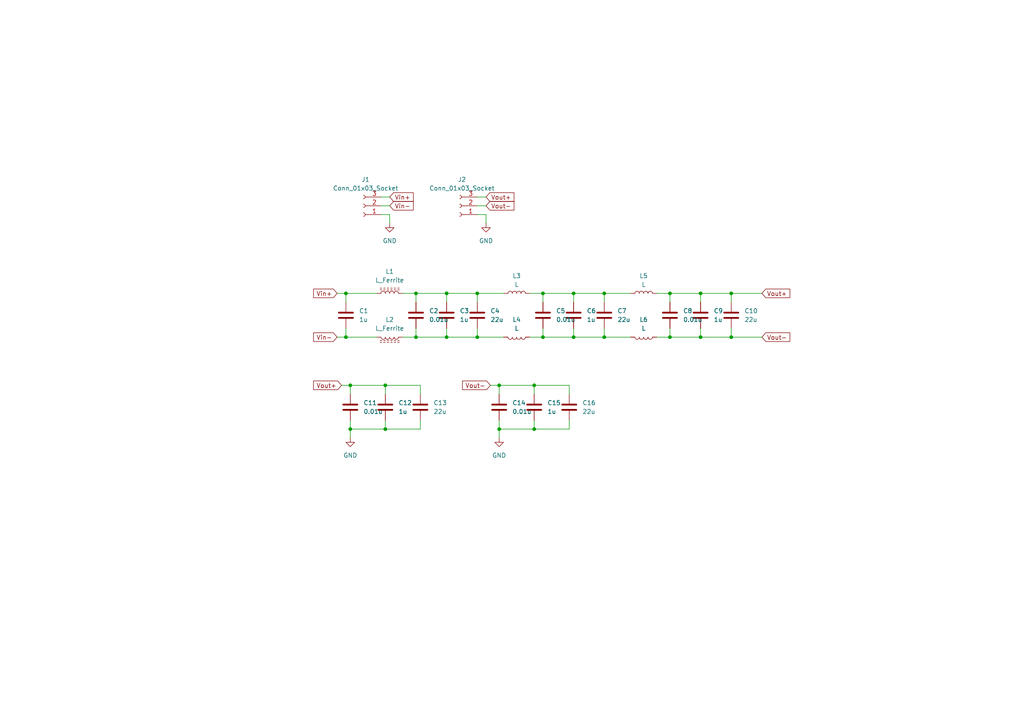
<source format=kicad_sch>
(kicad_sch (version 20230121) (generator eeschema)
  (paper "A4")
  (lib_symbols
    (symbol "Connector:Conn_01x03_Socket" (pin_names (offset 1.016) hide)
      (property "Reference" "J" (at 0 5.08 0))
      (property "Value" "Conn_01x03_Socket" (at 0 -5.08 0))
      (symbol "Conn_01x03_Socket_1_1"
        (arc (start 0 -2.032) (mid -0.5058 -2.54) (end 0 -3.048) (stroke (width 0.1524)))
        (polyline (pts (xy -1.27 -2.54) (xy -0.508 -2.54)) (stroke (width 0.1524)))
        (polyline (pts (xy -1.27 0) (xy -0.508 0)) (stroke (width 0.1524)))
        (polyline (pts (xy -1.27 2.54) (xy -0.508 2.54)) (stroke (width 0.1524)))
        (arc (start 0 0.508) (mid -0.5058 0) (end 0 -0.508) (stroke (width 0.1524)))
        (arc (start 0 3.048) (mid -0.5058 2.54) (end 0 2.032) (stroke (width 0.1524)))
        (pin passive line (at -5.08 2.54 0) (length 3.81) (name "Pin_1") (number "1"))
        (pin passive line (at -5.08 0 0) (length 3.81) (name "Pin_2") (number "2"))
        (pin passive line (at -5.08 -2.54 0) (length 3.81) (name "Pin_3") (number "3"))
      )
    )
    (symbol "Device:C" (pin_numbers hide) (pin_names (offset 0.254))
      (property "Reference" "C" (at 0.635 2.54 0))
      (property "Value" "C" (at 0.635 -2.54 0))
      (symbol "C_0_1"
        (polyline (pts (xy -2.032 -0.762) (xy 2.032 -0.762)) (stroke (width 0.508)))
        (polyline (pts (xy -2.032 0.762) (xy 2.032 0.762)) (stroke (width 0.508)))
      )
      (symbol "C_1_1"
        (pin passive line (at 0 3.81 270) (length 2.794) (name "~") (number "1"))
        (pin passive line (at 0 -3.81 90) (length 2.794) (name "~") (number "2"))
      )
    )
    (symbol "Device:L" (pin_numbers hide) (pin_names (offset 1.016) hide)
      (property "Reference" "L" (at -1.27 0 90))
      (property "Value" "L" (at 1.905 0 90))
      (symbol "L_0_1"
        (arc (start 0 -2.54) (mid 0.6323 -1.905) (end 0 -1.27))
        (arc (start 0 -1.27) (mid 0.6323 -0.635) (end 0 0))
        (arc (start 0 0) (mid 0.6323 0.635) (end 0 1.27))
        (arc (start 0 1.27) (mid 0.6323 1.905) (end 0 2.54))
      )
      (symbol "L_1_1"
        (pin passive line (at 0 3.81 270) (length 1.27) (name "1") (number "1"))
        (pin passive line (at 0 -3.81 90) (length 1.27) (name "2") (number "2"))
      )
    )
    (symbol "Device:L_Ferrite" (pin_numbers hide) (pin_names (offset 1.016) hide)
      (property "Reference" "L" (at -1.27 0 90))
      (property "Value" "L_Ferrite" (at 2.794 0 90))
      (symbol "L_Ferrite_0_1"
        (arc (start 0 -2.54) (mid 0.6323 -1.905) (end 0 -1.27))
        (arc (start 0 -1.27) (mid 0.6323 -0.635) (end 0 0))
        (polyline (pts (xy 1.016 -2.794) (xy 1.016 -2.286)))
        (polyline (pts (xy 1.016 -1.778) (xy 1.016 -1.27)))
        (polyline (pts (xy 1.016 -0.762) (xy 1.016 -0.254)))
        (polyline (pts (xy 1.016 0.254) (xy 1.016 0.762)))
        (polyline (pts (xy 1.016 1.27) (xy 1.016 1.778)))
        (polyline (pts (xy 1.016 2.286) (xy 1.016 2.794)))
        (polyline (pts (xy 1.524 -2.286) (xy 1.524 -2.794)))
        (polyline (pts (xy 1.524 -1.27) (xy 1.524 -1.778)))
        (polyline (pts (xy 1.524 -0.254) (xy 1.524 -0.762)))
        (polyline (pts (xy 1.524 0.762) (xy 1.524 0.254)))
        (polyline (pts (xy 1.524 1.778) (xy 1.524 1.27)))
        (polyline (pts (xy 1.524 2.794) (xy 1.524 2.286)))
        (arc (start 0 0) (mid 0.6323 0.635) (end 0 1.27))
        (arc (start 0 1.27) (mid 0.6323 1.905) (end 0 2.54))
      )
      (symbol "L_Ferrite_1_1"
        (pin passive line (at 0 3.81 270) (length 1.27) (name "1") (number "1"))
        (pin passive line (at 0 -3.81 90) (length 1.27) (name "2") (number "2"))
      )
    )
    (symbol "power:GND" (power) (pin_names (offset 0))
      (property "Value" "GND" (at 0 -3.81 0))
      (symbol "GND_0_1"
        (polyline (pts (xy 0 0) (xy 0 -1.27) (xy 1.27 -1.27) (xy 0 -2.54) (xy -1.27 -1.27) (xy 0 -1.27)))
      )
      (symbol "GND_1_1"
        (pin power_in line (at 0 0 270) (length 0) hide (name "GND") (number "1"))
      )
    )
  )
  (junction (at 166.37 97.79))
  (junction (at 138.43 85.09))
  (junction (at 175.26 97.79))
  (junction (at 144.78 111.76))
  (junction (at 194.31 97.79))
  (junction (at 203.2 85.09))
  (junction (at 157.48 85.09))
  (junction (at 111.76 111.76))
  (junction (at 100.33 85.09))
  (junction (at 111.76 124.46))
  (junction (at 120.65 97.79))
  (junction (at 100.33 97.79))
  (junction (at 194.31 85.09))
  (junction (at 175.26 85.09))
  (junction (at 101.6 111.76))
  (junction (at 101.6 124.46))
  (junction (at 129.54 85.09))
  (junction (at 138.43 97.79))
  (junction (at 154.94 124.46))
  (junction (at 166.37 85.09))
  (junction (at 157.48 97.79))
  (junction (at 144.78 124.46))
  (junction (at 154.94 111.76))
  (junction (at 203.2 97.79))
  (junction (at 120.65 85.09))
  (junction (at 129.54 97.79))
  (junction (at 212.09 85.09))
  (junction (at 212.09 97.79))
  (wire (pts (xy 101.6 124.46) (xy 101.6 127)))
  (wire (pts (xy 175.26 85.09) (xy 175.26 87.63)))
  (wire (pts (xy 144.78 124.46) (xy 144.78 127)))
  (wire (pts (xy 138.43 97.79) (xy 146.05 97.79)))
  (wire (pts (xy 138.43 57.15) (xy 140.97 57.15)))
  (wire (pts (xy 194.31 95.25) (xy 194.31 97.79)))
  (wire (pts (xy 111.76 121.92) (xy 111.76 124.46)))
  (wire (pts (xy 129.54 85.09) (xy 138.43 85.09)))
  (wire (pts (xy 175.26 97.79) (xy 182.88 97.79)))
  (wire (pts (xy 144.78 111.76) (xy 154.94 111.76)))
  (wire (pts (xy 203.2 85.09) (xy 212.09 85.09)))
  (wire (pts (xy 175.26 85.09) (xy 182.88 85.09)))
  (wire (pts (xy 110.49 59.69) (xy 113.03 59.69)))
  (wire (pts (xy 138.43 62.23) (xy 140.97 62.23)))
  (wire (pts (xy 100.33 85.09) (xy 109.22 85.09)))
  (wire (pts (xy 129.54 85.09) (xy 129.54 87.63)))
  (wire (pts (xy 101.6 111.76) (xy 111.76 111.76)))
  (wire (pts (xy 157.48 97.79) (xy 166.37 97.79)))
  (wire (pts (xy 154.94 121.92) (xy 154.94 124.46)))
  (wire (pts (xy 138.43 85.09) (xy 146.05 85.09)))
  (wire (pts (xy 212.09 97.79) (xy 220.98 97.79)))
  (wire (pts (xy 166.37 85.09) (xy 166.37 87.63)))
  (wire (pts (xy 194.31 85.09) (xy 203.2 85.09)))
  (wire (pts (xy 129.54 95.25) (xy 129.54 97.79)))
  (wire (pts (xy 144.78 111.76) (xy 144.78 114.3)))
  (wire (pts (xy 203.2 97.79) (xy 212.09 97.79)))
  (wire (pts (xy 111.76 111.76) (xy 121.92 111.76)))
  (wire (pts (xy 120.65 85.09) (xy 120.65 87.63)))
  (wire (pts (xy 142.24 111.76) (xy 144.78 111.76)))
  (wire (pts (xy 111.76 124.46) (xy 121.92 124.46)))
  (wire (pts (xy 101.6 111.76) (xy 101.6 114.3)))
  (wire (pts (xy 129.54 97.79) (xy 138.43 97.79)))
  (wire (pts (xy 154.94 111.76) (xy 165.1 111.76)))
  (wire (pts (xy 212.09 85.09) (xy 212.09 87.63)))
  (wire (pts (xy 194.31 85.09) (xy 194.31 87.63)))
  (wire (pts (xy 165.1 111.76) (xy 165.1 114.3)))
  (wire (pts (xy 111.76 111.76) (xy 111.76 114.3)))
  (wire (pts (xy 97.79 97.79) (xy 100.33 97.79)))
  (wire (pts (xy 140.97 62.23) (xy 140.97 64.77)))
  (wire (pts (xy 138.43 59.69) (xy 140.97 59.69)))
  (wire (pts (xy 165.1 124.46) (xy 165.1 121.92)))
  (wire (pts (xy 166.37 85.09) (xy 175.26 85.09)))
  (wire (pts (xy 121.92 111.76) (xy 121.92 114.3)))
  (wire (pts (xy 120.65 85.09) (xy 129.54 85.09)))
  (wire (pts (xy 110.49 57.15) (xy 113.03 57.15)))
  (wire (pts (xy 203.2 95.25) (xy 203.2 97.79)))
  (wire (pts (xy 101.6 121.92) (xy 101.6 124.46)))
  (wire (pts (xy 203.2 85.09) (xy 203.2 87.63)))
  (wire (pts (xy 116.84 97.79) (xy 120.65 97.79)))
  (wire (pts (xy 175.26 95.25) (xy 175.26 97.79)))
  (wire (pts (xy 194.31 97.79) (xy 203.2 97.79)))
  (wire (pts (xy 101.6 124.46) (xy 111.76 124.46)))
  (wire (pts (xy 100.33 85.09) (xy 100.33 87.63)))
  (wire (pts (xy 212.09 85.09) (xy 220.98 85.09)))
  (wire (pts (xy 166.37 97.79) (xy 175.26 97.79)))
  (wire (pts (xy 99.06 111.76) (xy 101.6 111.76)))
  (wire (pts (xy 154.94 124.46) (xy 165.1 124.46)))
  (wire (pts (xy 120.65 97.79) (xy 129.54 97.79)))
  (wire (pts (xy 212.09 95.25) (xy 212.09 97.79)))
  (wire (pts (xy 157.48 95.25) (xy 157.48 97.79)))
  (wire (pts (xy 144.78 121.92) (xy 144.78 124.46)))
  (wire (pts (xy 138.43 95.25) (xy 138.43 97.79)))
  (wire (pts (xy 144.78 124.46) (xy 154.94 124.46)))
  (wire (pts (xy 113.03 62.23) (xy 113.03 64.77)))
  (wire (pts (xy 100.33 95.25) (xy 100.33 97.79)))
  (wire (pts (xy 157.48 85.09) (xy 166.37 85.09)))
  (wire (pts (xy 116.84 85.09) (xy 120.65 85.09)))
  (wire (pts (xy 190.5 97.79) (xy 194.31 97.79)))
  (wire (pts (xy 138.43 85.09) (xy 138.43 87.63)))
  (wire (pts (xy 100.33 97.79) (xy 109.22 97.79)))
  (wire (pts (xy 153.67 97.79) (xy 157.48 97.79)))
  (wire (pts (xy 166.37 95.25) (xy 166.37 97.79)))
  (wire (pts (xy 153.67 85.09) (xy 157.48 85.09)))
  (wire (pts (xy 120.65 95.25) (xy 120.65 97.79)))
  (wire (pts (xy 190.5 85.09) (xy 194.31 85.09)))
  (wire (pts (xy 157.48 85.09) (xy 157.48 87.63)))
  (wire (pts (xy 110.49 62.23) (xy 113.03 62.23)))
  (wire (pts (xy 97.79 85.09) (xy 100.33 85.09)))
  (wire (pts (xy 154.94 111.76) (xy 154.94 114.3)))
  (wire (pts (xy 121.92 124.46) (xy 121.92 121.92)))
  (global_label "Vin+" (shape input) (at 113.03 57.15 0) (property "Intersheetrefs" "${INTERSHEET_REFS}" (effects hide)))
  (global_label "Vout-" (shape input) (at 142.24 111.76 180) (property "Intersheetrefs" "${INTERSHEET_REFS}" (effects hide)))
  (global_label "Vout+" (shape input) (at 140.97 57.15 0) (property "Intersheetrefs" "${INTERSHEET_REFS}" (effects hide)))
  (global_label "Vout+" (shape input) (at 220.98 85.09 0) (property "Intersheetrefs" "${INTERSHEET_REFS}" (effects hide)))
  (global_label "Vout-" (shape input) (at 140.97 59.69 0) (property "Intersheetrefs" "${INTERSHEET_REFS}" (effects hide)))
  (global_label "Vout-" (shape input) (at 220.98 97.79 0) (property "Intersheetrefs" "${INTERSHEET_REFS}" (effects hide)))
  (global_label "Vout+" (shape input) (at 99.06 111.76 180) (property "Intersheetrefs" "${INTERSHEET_REFS}" (effects hide)))
  (global_label "Vin-" (shape input) (at 113.03 59.69 0) (property "Intersheetrefs" "${INTERSHEET_REFS}" (effects hide)))
  (global_label "Vin-" (shape input) (at 97.79 97.79 180) (property "Intersheetrefs" "${INTERSHEET_REFS}" (effects hide)))
  (global_label "Vin+" (shape input) (at 97.79 85.09 180) (property "Intersheetrefs" "${INTERSHEET_REFS}" (effects hide)))
  (symbol (lib_id "Device:C") (at 121.92 118.11 0) (unit 1)
    (property "Reference" "C13" (at 125.73 116.84 0) (effects (justify left)))
    (property "Value" "22u" (at 125.73 119.38 0) (effects (justify left)))
    (property "Footprint" "Capacitor_SMD:C_0805_2012Metric_Pad1.18x1.45mm_HandSolder" (effects hide))
  )
  (symbol (lib_id "Device:C") (at 165.1 118.11 0) (unit 1)
    (property "Reference" "C16" (at 168.91 116.84 0) (effects (justify left)))
    (property "Value" "22u" (at 168.91 119.38 0) (effects (justify left)))
    (property "Footprint" "Capacitor_SMD:C_0805_2012Metric_Pad1.18x1.45mm_HandSolder" (effects hide))
  )
  (symbol (lib_id "Device:C") (at 138.43 91.44 0) (unit 1)
    (property "Reference" "C4" (at 142.24 90.17 0) (effects (justify left)))
    (property "Value" "22u" (at 142.24 92.71 0) (effects (justify left)))
    (property "Footprint" "Capacitor_SMD:C_0805_2012Metric_Pad1.18x1.45mm_HandSolder" (effects hide))
  )
  (symbol (lib_id "Connector:Conn_01x03_Socket") (at 105.41 59.69 180) (unit 1)
    (property "Reference" "J1" (at 106.045 52.07 0))
    (property "Value" "Conn_01x03_Socket" (at 106.045 54.61 0))
    (property "Footprint" "Connector_Phoenix_MC:PhoenixContact_MCV_1,5_3-G-3.5_1x03_P3.50mm_Vertical" (effects hide))
  )
  (symbol (lib_id "Device:C") (at 203.2 91.44 0) (unit 1)
    (property "Reference" "C9" (at 207.01 90.17 0) (effects (justify left)))
    (property "Value" "1u" (at 207.01 92.71 0) (effects (justify left)))
    (property "Footprint" "Capacitor_SMD:C_1206_3216Metric_Pad1.33x1.80mm_HandSolder" (effects hide))
  )
  (symbol (lib_id "Device:C") (at 154.94 118.11 0) (unit 1)
    (property "Reference" "C15" (at 158.75 116.84 0) (effects (justify left)))
    (property "Value" "1u" (at 158.75 119.38 0) (effects (justify left)))
    (property "Footprint" "Capacitor_SMD:C_1206_3216Metric_Pad1.33x1.80mm_HandSolder" (effects hide))
  )
  (symbol (lib_id "power:GND") (at 101.6 127 0) (unit 1)
    (property "Reference" "#PWR02" (effects hide))
    (property "Value" "GND" (at 101.6 132.08 0))
  )
  (symbol (lib_id "Device:C") (at 101.6 118.11 0) (unit 1)
    (property "Reference" "C11" (at 105.41 116.84 0) (effects (justify left)))
    (property "Value" "0.01u" (at 105.41 119.38 0) (effects (justify left)))
    (property "Footprint" "Capacitor_SMD:C_0603_1608Metric_Pad1.08x0.95mm_HandSolder" (effects hide))
  )
  (symbol (lib_id "Device:C") (at 129.54 91.44 0) (unit 1)
    (property "Reference" "C3" (at 133.35 90.17 0) (effects (justify left)))
    (property "Value" "1u" (at 133.35 92.71 0) (effects (justify left)))
    (property "Footprint" "Capacitor_SMD:C_1206_3216Metric_Pad1.33x1.80mm_HandSolder" (effects hide))
  )
  (symbol (lib_id "power:GND") (at 144.78 127 0) (unit 1)
    (property "Reference" "#PWR03" (effects hide))
    (property "Value" "GND" (at 144.78 132.08 0))
  )
  (symbol (lib_id "power:GND") (at 140.97 64.77 0) (unit 1)
    (property "Reference" "#PWR04" (effects hide))
    (property "Value" "GND" (at 140.97 69.85 0))
  )
  (symbol (lib_id "Device:L") (at 149.86 97.79 270) (unit 1)
    (property "Reference" "L4" (at 149.86 92.71 90))
    (property "Value" "L" (at 149.86 95.25 90))
    (property "Footprint" "Inductor_SMD:L_Wuerth_HCF-2818" (effects hide))
  )
  (symbol (lib_id "power:GND") (at 113.03 64.77 0) (unit 1)
    (property "Reference" "#PWR01" (effects hide))
    (property "Value" "GND" (at 113.03 69.85 0))
  )
  (symbol (lib_id "Device:C") (at 175.26 91.44 0) (unit 1)
    (property "Reference" "C7" (at 179.07 90.17 0) (effects (justify left)))
    (property "Value" "22u" (at 179.07 92.71 0) (effects (justify left)))
    (property "Footprint" "Capacitor_SMD:C_0805_2012Metric_Pad1.18x1.45mm_HandSolder" (effects hide))
  )
  (symbol (lib_id "Device:L") (at 149.86 85.09 90) (unit 1)
    (property "Reference" "L3" (at 149.86 80.01 90))
    (property "Value" "L" (at 149.86 82.55 90))
    (property "Footprint" "Inductor_SMD:L_Wuerth_HCF-2818" (effects hide))
  )
  (symbol (lib_id "Connector:Conn_01x03_Socket") (at 133.35 59.69 180) (unit 1)
    (property "Reference" "J2" (at 133.985 52.07 0))
    (property "Value" "Conn_01x03_Socket" (at 133.985 54.61 0))
    (property "Footprint" "Connector_Phoenix_MC:PhoenixContact_MCV_1,5_3-G-3.5_1x03_P3.50mm_Vertical" (effects hide))
  )
  (symbol (lib_id "Device:C") (at 157.48 91.44 0) (unit 1)
    (property "Reference" "C5" (at 161.29 90.17 0) (effects (justify left)))
    (property "Value" "0.01u" (at 161.29 92.71 0) (effects (justify left)))
    (property "Footprint" "Capacitor_SMD:C_0603_1608Metric_Pad1.08x0.95mm_HandSolder" (effects hide))
  )
  (symbol (lib_id "Device:C") (at 100.33 91.44 0) (unit 1)
    (property "Reference" "C1" (at 104.14 90.17 0) (effects (justify left)))
    (property "Value" "1u" (at 104.14 92.71 0) (effects (justify left)))
    (property "Footprint" "Capacitor_SMD:C_1206_3216Metric_Pad1.33x1.80mm_HandSolder" (effects hide))
  )
  (symbol (lib_id "Device:L_Ferrite") (at 113.03 97.79 270) (unit 1)
    (property "Reference" "L2" (at 113.03 92.71 90))
    (property "Value" "L_Ferrite" (at 113.03 95.25 90))
    (property "Footprint" "Inductor_SMD:L_Taiyo-Yuden_MD-5050" (effects hide))
  )
  (symbol (lib_id "Device:C") (at 111.76 118.11 0) (unit 1)
    (property "Reference" "C12" (at 115.57 116.84 0) (effects (justify left)))
    (property "Value" "1u" (at 115.57 119.38 0) (effects (justify left)))
    (property "Footprint" "Capacitor_SMD:C_1206_3216Metric_Pad1.33x1.80mm_HandSolder" (effects hide))
  )
  (symbol (lib_id "Device:C") (at 194.31 91.44 0) (unit 1)
    (property "Reference" "C8" (at 198.12 90.17 0) (effects (justify left)))
    (property "Value" "0.01u" (at 198.12 92.71 0) (effects (justify left)))
    (property "Footprint" "Capacitor_SMD:C_0603_1608Metric_Pad1.08x0.95mm_HandSolder" (effects hide))
  )
  (symbol (lib_id "Device:C") (at 144.78 118.11 0) (unit 1)
    (property "Reference" "C14" (at 148.59 116.84 0) (effects (justify left)))
    (property "Value" "0.01u" (at 148.59 119.38 0) (effects (justify left)))
    (property "Footprint" "Capacitor_SMD:C_0603_1608Metric_Pad1.08x0.95mm_HandSolder" (effects hide))
  )
  (symbol (lib_id "Device:L_Ferrite") (at 113.03 85.09 90) (unit 1)
    (property "Reference" "L1" (at 113.03 78.74 90))
    (property "Value" "L_Ferrite" (at 113.03 81.28 90))
    (property "Footprint" "Inductor_SMD:L_Taiyo-Yuden_MD-5050" (effects hide))
  )
  (symbol (lib_id "Device:L") (at 186.69 85.09 90) (unit 1)
    (property "Reference" "L5" (at 186.69 80.01 90))
    (property "Value" "L" (at 186.69 82.55 90))
    (property "Footprint" "Inductor_SMD:L_Wuerth_HCF-2818" (effects hide))
  )
  (symbol (lib_id "Device:L") (at 186.69 97.79 270) (unit 1)
    (property "Reference" "L6" (at 186.69 92.71 90))
    (property "Value" "L" (at 186.69 95.25 90))
    (property "Footprint" "Inductor_SMD:L_Wuerth_HCF-2818" (effects hide))
  )
  (symbol (lib_id "Device:C") (at 212.09 91.44 0) (unit 1)
    (property "Reference" "C10" (at 215.9 90.17 0) (effects (justify left)))
    (property "Value" "22u" (at 215.9 92.71 0) (effects (justify left)))
    (property "Footprint" "Capacitor_SMD:C_0805_2012Metric_Pad1.18x1.45mm_HandSolder" (effects hide))
  )
  (symbol (lib_id "Device:C") (at 166.37 91.44 0) (unit 1)
    (property "Reference" "C6" (at 170.18 90.17 0) (effects (justify left)))
    (property "Value" "1u" (at 170.18 92.71 0) (effects (justify left)))
    (property "Footprint" "Capacitor_SMD:C_1206_3216Metric_Pad1.33x1.80mm_HandSolder" (effects hide))
  )
  (symbol (lib_id "Device:C") (at 120.65 91.44 0) (unit 1)
    (property "Reference" "C2" (at 124.46 90.17 0) (effects (justify left)))
    (property "Value" "0.01u" (at 124.46 92.71 0) (effects (justify left)))
    (property "Footprint" "Capacitor_SMD:C_0603_1608Metric_Pad1.08x0.95mm_HandSolder" (effects hide))
  )
)
</source>
